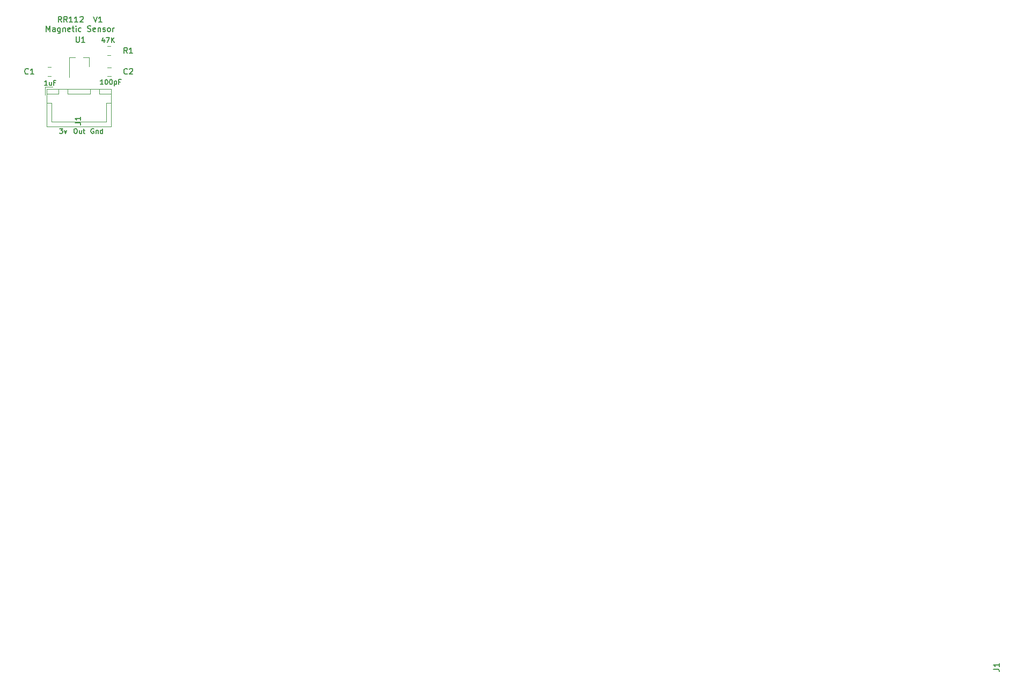
<source format=gbr>
G04 #@! TF.GenerationSoftware,KiCad,Pcbnew,(5.1.5)-3*
G04 #@! TF.CreationDate,2021-10-23T23:41:10-05:00*
G04 #@! TF.ProjectId,MagneticSensor,4d61676e-6574-4696-9353-656e736f722e,rev?*
G04 #@! TF.SameCoordinates,Original*
G04 #@! TF.FileFunction,Legend,Top*
G04 #@! TF.FilePolarity,Positive*
%FSLAX46Y46*%
G04 Gerber Fmt 4.6, Leading zero omitted, Abs format (unit mm)*
G04 Created by KiCad (PCBNEW (5.1.5)-3) date 2021-10-23 23:41:10*
%MOMM*%
%LPD*%
G04 APERTURE LIST*
%ADD10C,0.139700*%
%ADD11C,0.127000*%
%ADD12C,0.120000*%
%ADD13C,0.150000*%
G04 APERTURE END LIST*
D10*
X145796000Y-91486566D02*
X145499666Y-91063233D01*
X145288000Y-91486566D02*
X145288000Y-90597566D01*
X145626666Y-90597566D01*
X145711333Y-90639900D01*
X145753666Y-90682233D01*
X145796000Y-90766900D01*
X145796000Y-90893900D01*
X145753666Y-90978566D01*
X145711333Y-91020900D01*
X145626666Y-91063233D01*
X145288000Y-91063233D01*
X146685000Y-91486566D02*
X146388666Y-91063233D01*
X146177000Y-91486566D02*
X146177000Y-90597566D01*
X146515666Y-90597566D01*
X146600333Y-90639900D01*
X146642666Y-90682233D01*
X146685000Y-90766900D01*
X146685000Y-90893900D01*
X146642666Y-90978566D01*
X146600333Y-91020900D01*
X146515666Y-91063233D01*
X146177000Y-91063233D01*
X147531666Y-91486566D02*
X147023666Y-91486566D01*
X147277666Y-91486566D02*
X147277666Y-90597566D01*
X147193000Y-90724566D01*
X147108333Y-90809233D01*
X147023666Y-90851566D01*
X148378333Y-91486566D02*
X147870333Y-91486566D01*
X148124333Y-91486566D02*
X148124333Y-90597566D01*
X148039666Y-90724566D01*
X147955000Y-90809233D01*
X147870333Y-90851566D01*
X148717000Y-90682233D02*
X148759333Y-90639900D01*
X148844000Y-90597566D01*
X149055666Y-90597566D01*
X149140333Y-90639900D01*
X149182666Y-90682233D01*
X149225000Y-90766900D01*
X149225000Y-90851566D01*
X149182666Y-90978566D01*
X148674666Y-91486566D01*
X149225000Y-91486566D01*
X150833666Y-90597566D02*
X151130000Y-91486566D01*
X151426333Y-90597566D01*
X152188333Y-91486566D02*
X151680333Y-91486566D01*
X151934333Y-91486566D02*
X151934333Y-90597566D01*
X151849666Y-90724566D01*
X151765000Y-90809233D01*
X151680333Y-90851566D01*
X143404166Y-92959766D02*
X143404166Y-92070766D01*
X143700500Y-92705766D01*
X143996833Y-92070766D01*
X143996833Y-92959766D01*
X144801166Y-92959766D02*
X144801166Y-92494100D01*
X144758833Y-92409433D01*
X144674166Y-92367100D01*
X144504833Y-92367100D01*
X144420166Y-92409433D01*
X144801166Y-92917433D02*
X144716500Y-92959766D01*
X144504833Y-92959766D01*
X144420166Y-92917433D01*
X144377833Y-92832766D01*
X144377833Y-92748100D01*
X144420166Y-92663433D01*
X144504833Y-92621100D01*
X144716500Y-92621100D01*
X144801166Y-92578766D01*
X145605500Y-92367100D02*
X145605500Y-93086766D01*
X145563166Y-93171433D01*
X145520833Y-93213766D01*
X145436166Y-93256100D01*
X145309166Y-93256100D01*
X145224500Y-93213766D01*
X145605500Y-92917433D02*
X145520833Y-92959766D01*
X145351500Y-92959766D01*
X145266833Y-92917433D01*
X145224500Y-92875100D01*
X145182166Y-92790433D01*
X145182166Y-92536433D01*
X145224500Y-92451766D01*
X145266833Y-92409433D01*
X145351500Y-92367100D01*
X145520833Y-92367100D01*
X145605500Y-92409433D01*
X146028833Y-92367100D02*
X146028833Y-92959766D01*
X146028833Y-92451766D02*
X146071166Y-92409433D01*
X146155833Y-92367100D01*
X146282833Y-92367100D01*
X146367500Y-92409433D01*
X146409833Y-92494100D01*
X146409833Y-92959766D01*
X147171833Y-92917433D02*
X147087166Y-92959766D01*
X146917833Y-92959766D01*
X146833166Y-92917433D01*
X146790833Y-92832766D01*
X146790833Y-92494100D01*
X146833166Y-92409433D01*
X146917833Y-92367100D01*
X147087166Y-92367100D01*
X147171833Y-92409433D01*
X147214166Y-92494100D01*
X147214166Y-92578766D01*
X146790833Y-92663433D01*
X147468166Y-92367100D02*
X147806833Y-92367100D01*
X147595166Y-92070766D02*
X147595166Y-92832766D01*
X147637500Y-92917433D01*
X147722166Y-92959766D01*
X147806833Y-92959766D01*
X148103166Y-92959766D02*
X148103166Y-92367100D01*
X148103166Y-92070766D02*
X148060833Y-92113100D01*
X148103166Y-92155433D01*
X148145500Y-92113100D01*
X148103166Y-92070766D01*
X148103166Y-92155433D01*
X148907500Y-92917433D02*
X148822833Y-92959766D01*
X148653500Y-92959766D01*
X148568833Y-92917433D01*
X148526500Y-92875100D01*
X148484166Y-92790433D01*
X148484166Y-92536433D01*
X148526500Y-92451766D01*
X148568833Y-92409433D01*
X148653500Y-92367100D01*
X148822833Y-92367100D01*
X148907500Y-92409433D01*
X149923500Y-92917433D02*
X150050500Y-92959766D01*
X150262166Y-92959766D01*
X150346833Y-92917433D01*
X150389166Y-92875100D01*
X150431500Y-92790433D01*
X150431500Y-92705766D01*
X150389166Y-92621100D01*
X150346833Y-92578766D01*
X150262166Y-92536433D01*
X150092833Y-92494100D01*
X150008166Y-92451766D01*
X149965833Y-92409433D01*
X149923500Y-92324766D01*
X149923500Y-92240100D01*
X149965833Y-92155433D01*
X150008166Y-92113100D01*
X150092833Y-92070766D01*
X150304500Y-92070766D01*
X150431500Y-92113100D01*
X151151166Y-92917433D02*
X151066500Y-92959766D01*
X150897166Y-92959766D01*
X150812500Y-92917433D01*
X150770166Y-92832766D01*
X150770166Y-92494100D01*
X150812500Y-92409433D01*
X150897166Y-92367100D01*
X151066500Y-92367100D01*
X151151166Y-92409433D01*
X151193500Y-92494100D01*
X151193500Y-92578766D01*
X150770166Y-92663433D01*
X151574500Y-92367100D02*
X151574500Y-92959766D01*
X151574500Y-92451766D02*
X151616833Y-92409433D01*
X151701500Y-92367100D01*
X151828500Y-92367100D01*
X151913166Y-92409433D01*
X151955500Y-92494100D01*
X151955500Y-92959766D01*
X152336500Y-92917433D02*
X152421166Y-92959766D01*
X152590500Y-92959766D01*
X152675166Y-92917433D01*
X152717500Y-92832766D01*
X152717500Y-92790433D01*
X152675166Y-92705766D01*
X152590500Y-92663433D01*
X152463500Y-92663433D01*
X152378833Y-92621100D01*
X152336500Y-92536433D01*
X152336500Y-92494100D01*
X152378833Y-92409433D01*
X152463500Y-92367100D01*
X152590500Y-92367100D01*
X152675166Y-92409433D01*
X153225500Y-92959766D02*
X153140833Y-92917433D01*
X153098500Y-92875100D01*
X153056166Y-92790433D01*
X153056166Y-92536433D01*
X153098500Y-92451766D01*
X153140833Y-92409433D01*
X153225500Y-92367100D01*
X153352500Y-92367100D01*
X153437166Y-92409433D01*
X153479500Y-92451766D01*
X153521833Y-92536433D01*
X153521833Y-92790433D01*
X153479500Y-92875100D01*
X153437166Y-92917433D01*
X153352500Y-92959766D01*
X153225500Y-92959766D01*
X153902833Y-92959766D02*
X153902833Y-92367100D01*
X153902833Y-92536433D02*
X153945166Y-92451766D01*
X153987500Y-92409433D01*
X154072166Y-92367100D01*
X154156833Y-92367100D01*
D11*
X150881442Y-108331000D02*
X150808871Y-108294714D01*
X150700014Y-108294714D01*
X150591157Y-108331000D01*
X150518585Y-108403571D01*
X150482300Y-108476142D01*
X150446014Y-108621285D01*
X150446014Y-108730142D01*
X150482300Y-108875285D01*
X150518585Y-108947857D01*
X150591157Y-109020428D01*
X150700014Y-109056714D01*
X150772585Y-109056714D01*
X150881442Y-109020428D01*
X150917728Y-108984142D01*
X150917728Y-108730142D01*
X150772585Y-108730142D01*
X151244300Y-108548714D02*
X151244300Y-109056714D01*
X151244300Y-108621285D02*
X151280585Y-108585000D01*
X151353157Y-108548714D01*
X151462014Y-108548714D01*
X151534585Y-108585000D01*
X151570871Y-108657571D01*
X151570871Y-109056714D01*
X152260300Y-109056714D02*
X152260300Y-108294714D01*
X152260300Y-109020428D02*
X152187728Y-109056714D01*
X152042585Y-109056714D01*
X151970014Y-109020428D01*
X151933728Y-108984142D01*
X151897442Y-108911571D01*
X151897442Y-108693857D01*
X151933728Y-108621285D01*
X151970014Y-108585000D01*
X152042585Y-108548714D01*
X152187728Y-108548714D01*
X152260300Y-108585000D01*
X147955000Y-108294714D02*
X148100142Y-108294714D01*
X148172714Y-108331000D01*
X148245285Y-108403571D01*
X148281571Y-108548714D01*
X148281571Y-108802714D01*
X148245285Y-108947857D01*
X148172714Y-109020428D01*
X148100142Y-109056714D01*
X147955000Y-109056714D01*
X147882428Y-109020428D01*
X147809857Y-108947857D01*
X147773571Y-108802714D01*
X147773571Y-108548714D01*
X147809857Y-108403571D01*
X147882428Y-108331000D01*
X147955000Y-108294714D01*
X148934714Y-108548714D02*
X148934714Y-109056714D01*
X148608142Y-108548714D02*
X148608142Y-108947857D01*
X148644428Y-109020428D01*
X148717000Y-109056714D01*
X148825857Y-109056714D01*
X148898428Y-109020428D01*
X148934714Y-108984142D01*
X149188714Y-108548714D02*
X149479000Y-108548714D01*
X149297571Y-108294714D02*
X149297571Y-108947857D01*
X149333857Y-109020428D01*
X149406428Y-109056714D01*
X149479000Y-109056714D01*
X145505714Y-108294714D02*
X145977428Y-108294714D01*
X145723428Y-108585000D01*
X145832285Y-108585000D01*
X145904857Y-108621285D01*
X145941142Y-108657571D01*
X145977428Y-108730142D01*
X145977428Y-108911571D01*
X145941142Y-108984142D01*
X145904857Y-109020428D01*
X145832285Y-109056714D01*
X145614571Y-109056714D01*
X145542000Y-109020428D01*
X145505714Y-108984142D01*
X146231428Y-108548714D02*
X146412857Y-109056714D01*
X146594285Y-108548714D01*
X152563285Y-94197714D02*
X152563285Y-94705714D01*
X152381857Y-93907428D02*
X152200428Y-94451714D01*
X152672142Y-94451714D01*
X152889857Y-93943714D02*
X153397857Y-93943714D01*
X153071285Y-94705714D01*
X153688142Y-94705714D02*
X153688142Y-93943714D01*
X154123571Y-94705714D02*
X153797000Y-94270285D01*
X154123571Y-93943714D02*
X153688142Y-94379142D01*
X152363714Y-101309714D02*
X151928285Y-101309714D01*
X152146000Y-101309714D02*
X152146000Y-100547714D01*
X152073428Y-100656571D01*
X152000857Y-100729142D01*
X151928285Y-100765428D01*
X152835428Y-100547714D02*
X152908000Y-100547714D01*
X152980571Y-100584000D01*
X153016857Y-100620285D01*
X153053142Y-100692857D01*
X153089428Y-100838000D01*
X153089428Y-101019428D01*
X153053142Y-101164571D01*
X153016857Y-101237142D01*
X152980571Y-101273428D01*
X152908000Y-101309714D01*
X152835428Y-101309714D01*
X152762857Y-101273428D01*
X152726571Y-101237142D01*
X152690285Y-101164571D01*
X152654000Y-101019428D01*
X152654000Y-100838000D01*
X152690285Y-100692857D01*
X152726571Y-100620285D01*
X152762857Y-100584000D01*
X152835428Y-100547714D01*
X153561142Y-100547714D02*
X153633714Y-100547714D01*
X153706285Y-100584000D01*
X153742571Y-100620285D01*
X153778857Y-100692857D01*
X153815142Y-100838000D01*
X153815142Y-101019428D01*
X153778857Y-101164571D01*
X153742571Y-101237142D01*
X153706285Y-101273428D01*
X153633714Y-101309714D01*
X153561142Y-101309714D01*
X153488571Y-101273428D01*
X153452285Y-101237142D01*
X153416000Y-101164571D01*
X153379714Y-101019428D01*
X153379714Y-100838000D01*
X153416000Y-100692857D01*
X153452285Y-100620285D01*
X153488571Y-100584000D01*
X153561142Y-100547714D01*
X154141714Y-100801714D02*
X154141714Y-101563714D01*
X154141714Y-100838000D02*
X154214285Y-100801714D01*
X154359428Y-100801714D01*
X154432000Y-100838000D01*
X154468285Y-100874285D01*
X154504571Y-100946857D01*
X154504571Y-101164571D01*
X154468285Y-101237142D01*
X154432000Y-101273428D01*
X154359428Y-101309714D01*
X154214285Y-101309714D01*
X154141714Y-101273428D01*
X155085142Y-100910571D02*
X154831142Y-100910571D01*
X154831142Y-101309714D02*
X154831142Y-100547714D01*
X155194000Y-100547714D01*
X143564428Y-101436714D02*
X143129000Y-101436714D01*
X143346714Y-101436714D02*
X143346714Y-100674714D01*
X143274142Y-100783571D01*
X143201571Y-100856142D01*
X143129000Y-100892428D01*
X144217571Y-100928714D02*
X144217571Y-101436714D01*
X143891000Y-100928714D02*
X143891000Y-101327857D01*
X143927285Y-101400428D01*
X143999857Y-101436714D01*
X144108714Y-101436714D01*
X144181285Y-101400428D01*
X144217571Y-101364142D01*
X144834428Y-101037571D02*
X144580428Y-101037571D01*
X144580428Y-101436714D02*
X144580428Y-100674714D01*
X144943285Y-100674714D01*
D12*
X143477300Y-102035600D02*
X143477300Y-108005600D01*
X143477300Y-108005600D02*
X153597300Y-108005600D01*
X153597300Y-108005600D02*
X153597300Y-102035600D01*
X153597300Y-102035600D02*
X143477300Y-102035600D01*
X146787300Y-102045600D02*
X146787300Y-102795600D01*
X146787300Y-102795600D02*
X150287300Y-102795600D01*
X150287300Y-102795600D02*
X150287300Y-102045600D01*
X150287300Y-102045600D02*
X146787300Y-102045600D01*
X143487300Y-102045600D02*
X143487300Y-102795600D01*
X143487300Y-102795600D02*
X145287300Y-102795600D01*
X145287300Y-102795600D02*
X145287300Y-102045600D01*
X145287300Y-102045600D02*
X143487300Y-102045600D01*
X151787300Y-102045600D02*
X151787300Y-102795600D01*
X151787300Y-102795600D02*
X153587300Y-102795600D01*
X153587300Y-102795600D02*
X153587300Y-102045600D01*
X153587300Y-102045600D02*
X151787300Y-102045600D01*
X143487300Y-104295600D02*
X144237300Y-104295600D01*
X144237300Y-104295600D02*
X144237300Y-107245600D01*
X144237300Y-107245600D02*
X148537300Y-107245600D01*
X153587300Y-104295600D02*
X152837300Y-104295600D01*
X152837300Y-104295600D02*
X152837300Y-107245600D01*
X152837300Y-107245600D02*
X148537300Y-107245600D01*
X144437300Y-101745600D02*
X143187300Y-101745600D01*
X143187300Y-101745600D02*
X143187300Y-102995600D01*
X144152252Y-100024000D02*
X143629748Y-100024000D01*
X144152252Y-98604000D02*
X143629748Y-98604000D01*
X153065848Y-100062100D02*
X153588352Y-100062100D01*
X153065848Y-98642100D02*
X153588352Y-98642100D01*
X153550252Y-96722000D02*
X153027748Y-96722000D01*
X153550252Y-95302000D02*
X153027748Y-95302000D01*
X150170000Y-97030000D02*
X149240000Y-97030000D01*
X147010000Y-97030000D02*
X147940000Y-97030000D01*
X147010000Y-97030000D02*
X147010000Y-100190000D01*
X150170000Y-97030000D02*
X150170000Y-98490000D01*
D10*
X147938066Y-107344633D02*
X148573066Y-107344633D01*
X148700066Y-107386966D01*
X148784733Y-107471633D01*
X148827066Y-107598633D01*
X148827066Y-107683300D01*
X148827066Y-106455633D02*
X148827066Y-106963633D01*
X148827066Y-106709633D02*
X147938066Y-106709633D01*
X148065066Y-106794300D01*
X148149733Y-106878966D01*
X148192066Y-106963633D01*
D13*
D10*
X292845066Y-193628433D02*
X293480066Y-193628433D01*
X293607066Y-193670766D01*
X293691733Y-193755433D01*
X293734066Y-193882433D01*
X293734066Y-193967100D01*
X293734066Y-192739433D02*
X293734066Y-193247433D01*
X293734066Y-192993433D02*
X292845066Y-192993433D01*
X292972066Y-193078100D01*
X293056733Y-193162766D01*
X293099066Y-193247433D01*
X140567833Y-99631500D02*
X140525500Y-99673833D01*
X140398500Y-99716166D01*
X140313833Y-99716166D01*
X140186833Y-99673833D01*
X140102166Y-99589166D01*
X140059833Y-99504500D01*
X140017500Y-99335166D01*
X140017500Y-99208166D01*
X140059833Y-99038833D01*
X140102166Y-98954166D01*
X140186833Y-98869500D01*
X140313833Y-98827166D01*
X140398500Y-98827166D01*
X140525500Y-98869500D01*
X140567833Y-98911833D01*
X141414500Y-99716166D02*
X140906500Y-99716166D01*
X141160500Y-99716166D02*
X141160500Y-98827166D01*
X141075833Y-98954166D01*
X140991166Y-99038833D01*
X140906500Y-99081166D01*
X156188833Y-99631500D02*
X156146500Y-99673833D01*
X156019500Y-99716166D01*
X155934833Y-99716166D01*
X155807833Y-99673833D01*
X155723166Y-99589166D01*
X155680833Y-99504500D01*
X155638500Y-99335166D01*
X155638500Y-99208166D01*
X155680833Y-99038833D01*
X155723166Y-98954166D01*
X155807833Y-98869500D01*
X155934833Y-98827166D01*
X156019500Y-98827166D01*
X156146500Y-98869500D01*
X156188833Y-98911833D01*
X156527500Y-98911833D02*
X156569833Y-98869500D01*
X156654500Y-98827166D01*
X156866166Y-98827166D01*
X156950833Y-98869500D01*
X156993166Y-98911833D01*
X157035500Y-98996500D01*
X157035500Y-99081166D01*
X156993166Y-99208166D01*
X156485166Y-99716166D01*
X157035500Y-99716166D01*
X156188833Y-96414166D02*
X155892500Y-95990833D01*
X155680833Y-96414166D02*
X155680833Y-95525166D01*
X156019500Y-95525166D01*
X156104166Y-95567500D01*
X156146500Y-95609833D01*
X156188833Y-95694500D01*
X156188833Y-95821500D01*
X156146500Y-95906166D01*
X156104166Y-95948500D01*
X156019500Y-95990833D01*
X155680833Y-95990833D01*
X157035500Y-96414166D02*
X156527500Y-96414166D01*
X156781500Y-96414166D02*
X156781500Y-95525166D01*
X156696833Y-95652166D01*
X156612166Y-95736833D01*
X156527500Y-95779166D01*
X148094165Y-93762865D02*
X148094165Y-94482532D01*
X148136499Y-94567199D01*
X148178832Y-94609532D01*
X148263499Y-94651865D01*
X148432832Y-94651865D01*
X148517499Y-94609532D01*
X148559832Y-94567199D01*
X148602165Y-94482532D01*
X148602165Y-93762865D01*
X149491165Y-94651865D02*
X148983165Y-94651865D01*
X149237165Y-94651865D02*
X149237165Y-93762865D01*
X149152499Y-93889865D01*
X149067832Y-93974532D01*
X148983165Y-94016865D01*
M02*

</source>
